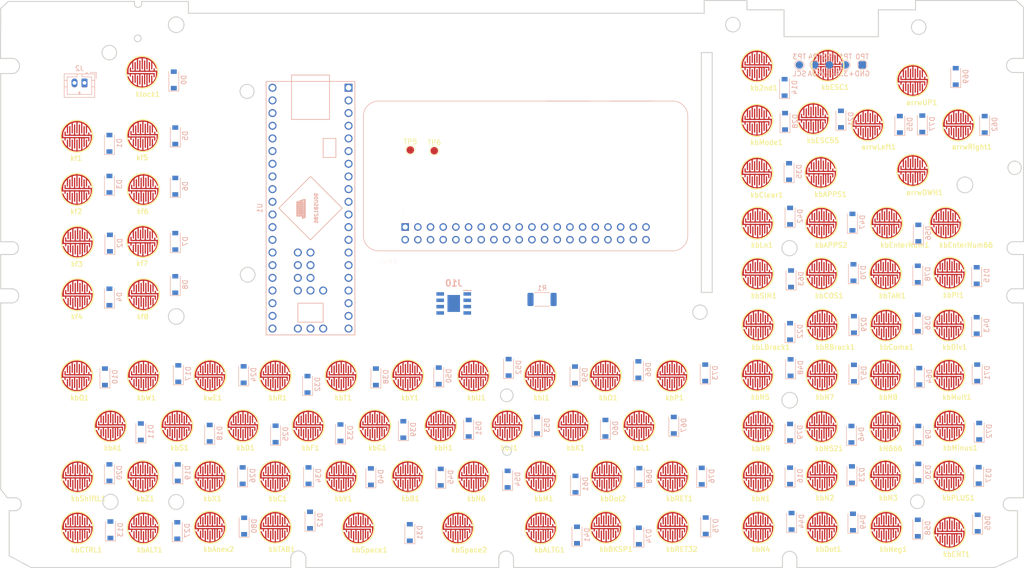
<source format=kicad_pcb>
(kicad_pcb (version 20210228) (generator pcbnew)
  (layers (0 "F.Cu" signal) (31 "B.Cu" signal) (34 "B.Paste" user) (35 "F.Paste" user) (36 "B.SilkS" user "B.Silkscreen") (37 "F.SilkS" user "F.Silkscreen") (38 "B.Mask" user) (39 "F.Mask" user) (44 "Edge.Cuts" user))
  (net 0 "")
  (net 1 "col9")
  (net 2 "col6")
  (net 3 "col7")
  (net 4 "col8")
  (net 5 "col0")
  (net 6 "col2")
  (net 7 "col4")
  (net 8 "col5")
  (net 9 "col3")
  (net 10 "col1")
  (net 15 "+5")
  (net 17 "GND")
  (net 18 "SDA")
  (net 19 "SCL")
  (net 53 "+3.3")
  (net 63 "Net-(D0-Pad2)")
  (net 67 "Net-(D2-Pad2)")
  (net 68 "Net-(D3-Pad2)")
  (net 69 "Net-(D4-Pad2)")
  (net 70 "Net-(D5-Pad2)")
  (net 71 "Net-(D6-Pad2)")
  (net 72 "Net-(D7-Pad2)")
  (net 74 "Net-(D8-Pad2)")
  (net 75 "Net-(D9-Pad2)")
  (net 79 "Net-(D10-Pad2)")
  (net 80 "Net-(D11-Pad2)")
  (net 81 "Net-(D12-Pad2)")
  (net 82 "Net-(D13-Pad2)")
  (net 87 "row0")
  (net 88 "row1")
  (net 89 "row2")
  (net 90 "row3")
  (net 95 "row4")
  (net 96 "row5")
  (net 97 "row6")
  (net 98 "row7")
  (net 103 "Net-(D1-Pad2)")
  (net 104 "row8")
  (net 105 "row9")
  (net 106 "Net-(D14-Pad2)")
  (net 107 "Net-(D15-Pad2)")
  (net 108 "Net-(D16-Pad2)")
  (net 109 "Net-(D17-Pad2)")
  (net 110 "Net-(D18-Pad2)")
  (net 111 "Net-(D19-Pad2)")
  (net 112 "Net-(D20-Pad2)")
  (net 113 "Net-(D21-Pad2)")
  (net 114 "Net-(D22-Pad2)")
  (net 115 "Net-(D23-Pad2)")
  (net 116 "Net-(D24-Pad2)")
  (net 117 "Net-(D25-Pad2)")
  (net 118 "Net-(D26-Pad2)")
  (net 119 "Net-(D27-Pad2)")
  (net 120 "Net-(D28-Pad2)")
  (net 121 "Net-(D29-Pad2)")
  (net 122 "Net-(D30-Pad2)")
  (net 123 "Net-(D31-Pad2)")
  (net 124 "Net-(D32-Pad2)")
  (net 125 "Net-(D33-Pad2)")
  (net 126 "Net-(D34-Pad2)")
  (net 127 "Net-(D35-Pad2)")
  (net 128 "Net-(D36-Pad2)")
  (net 129 "Net-(D37-Pad2)")
  (net 130 "Net-(D38-Pad2)")
  (net 131 "Net-(D39-Pad2)")
  (net 132 "Net-(D40-Pad2)")
  (net 133 "Net-(D41-Pad2)")
  (net 134 "Net-(D42-Pad2)")
  (net 135 "Net-(D43-Pad2)")
  (net 136 "Net-(D44-Pad2)")
  (net 137 "Net-(D45-Pad2)")
  (net 138 "Net-(D46-Pad2)")
  (net 139 "Net-(D47-Pad2)")
  (net 140 "Net-(D48-Pad2)")
  (net 141 "Net-(D49-Pad2)")
  (net 142 "Net-(D50-Pad2)")
  (net 143 "Net-(D51-Pad2)")
  (net 144 "Net-(D52-Pad2)")
  (net 145 "Net-(D53-Pad2)")
  (net 146 "Net-(D54-Pad2)")
  (net 147 "Net-(D55-Pad2)")
  (net 148 "Net-(D56-Pad2)")
  (net 149 "Net-(D57-Pad2)")
  (net 150 "Net-(D58-Pad2)")
  (net 151 "Net-(D59-Pad2)")
  (net 152 "Net-(D60-Pad2)")
  (net 153 "Net-(D61-Pad2)")
  (net 154 "Net-(D62-Pad2)")
  (net 155 "Net-(D63-Pad2)")
  (net 156 "Net-(D64-Pad2)")
  (net 157 "Net-(D65-Pad2)")
  (net 158 "Net-(D66-Pad2)")
  (net 159 "Net-(D67-Pad2)")
  (net 160 "Net-(D68-Pad2)")
  (net 161 "Net-(D69-Pad2)")
  (net 162 "Net-(D70-Pad2)")
  (net 163 "Net-(D71-Pad2)")
  (net 164 "Net-(D72-Pad2)")
  (net 165 "Net-(D73-Pad2)")
  (net 166 "Net-(D74-Pad2)")
  (net 167 "Net-(D75-Pad2)")
  (net 168 "Net-(D76-Pad2)")
  (net 169 "Net-(D77-Pad2)")
  (net 170 "Net-(D78-Pad2)")
  (net 171 "Net-(D79-Pad2)")
  (net 172 "Net-(D80-Pad2)")
  (net 177 "Net-(J1-Pad1)")
  (net 178 "Net-(J10-Pad2)")
  (net 179 "Net-(J10-Pad5)")
  (footprint "18650:Kbpad" (layer "F.Cu") (at 204.343 100.457)
    (fp_text reference "kbLBrack1")
    (fp_text value "(" hide)
  )
  (footprint "18650:Kbpad" (layer "F.Cu") (at 204.089 59.436)
    (fp_text reference "kbMode1")
    (fp_text value "Mode" hide)
  )
  (footprint "18650:Kbpad" (layer "F.Cu") (at 217.043 80.01)
    (fp_text reference "kbAPPS2")
    (fp_text value "Apps" hide)
  )
  (footprint "18650:Kbpad" (layer "F.Cu") (at 67.818 110.617)
    (fp_text reference "kbQ1")
    (fp_text value "Q" hide)
  )
  (footprint "18650:Kbpad" (layer "F.Cu") (at 217.17 110.49)
    (fp_text reference "kbN7")
    (fp_text value "8" hide)
  )
  (footprint "18650:Kbpad" (layer "F.Cu") (at 81.153 141.097)
    (fp_text reference "kbALT1")
    (fp_text value "Alt" hide)
  )
  (footprint "18650:Kbpad" (layer "F.Cu") (at 74.549 120.65)
    (fp_text reference "kbA1")
    (fp_text value "A" hide)
  )
  (footprint "18650:Kbpad" (layer "F.Cu") (at 167.259 120.65)
    (fp_text reference "kbK1")
    (fp_text value "K" hide)
  )
  (footprint "18650:Kbpad" (layer "F.Cu") (at 120.777 130.81)
    (fp_text reference "kbV1")
    (fp_text value "V" hide)
  )
  (footprint "18650:Kbpad" (layer "F.Cu") (at 217.17 140.97)
    (fp_text reference "kbDot1")
    (fp_text value "." hide)
  )
  (footprint "18650:Kbpad" (layer "F.Cu") (at 114.173 120.65)
    (fp_text reference "kbF1")
    (fp_text value "F" hide)
  )
  (footprint "18650:Kbpad" (layer "F.Cu") (at 81.026 62.484)
    (fp_text reference "kf5")
    (fp_text value "F5" hide)
  )
  (footprint "18650:Kbpad" (layer "F.Cu") (at 204.216 80.01)
    (fp_text reference "kbLn1")
    (fp_text value "LN" hide)
  )
  (footprint "18650:Kbpad" (layer "F.Cu") (at 229.87 90.17)
    (fp_text reference "kbTAN1")
    (fp_text value "Tan" hide)
  )
  (footprint "18650:Kbpad" (layer "F.Cu") (at 230.124 80.01)
    (fp_text reference "kbEnterNum1")
    (fp_text value "EnterN" hide)
  )
  (footprint "18650:Kbpad" (layer "F.Cu") (at 160.782 141.097)
    (fp_text reference "kbALTG1")
    (fp_text value "AltG" hide)
  )
  (footprint "18650:Kbpad" (layer "F.Cu") (at 180.467 120.65)
    (fp_text reference "kbL1")
    (fp_text value "L" hide)
  )
  (footprint "18650:Kbpad" (layer "F.Cu") (at 173.99 130.81)
    (fp_text reference "kbDot2")
    (fp_text value "Tet" hide)
  )
  (footprint "18650:Kbpad" (layer "F.Cu") (at 87.884 120.65)
    (fp_text reference "kbS1")
    (fp_text value "S" hide)
  )
  (footprint "18650:Kbpad" (layer "F.Cu") (at 134.112 110.617)
    (fp_text reference "kbY1")
    (fp_text value "Y" hide)
  )
  (footprint "18650:Kbpad" (layer "F.Cu") (at 81.153 94.361)
    (fp_text reference "kf8")
    (fp_text value "F8" hide)
  )
  (footprint "18650:Kbpad" (layer "F.Cu") (at 217.17 130.683)
    (fp_text reference "kbN2")
    (fp_text value "2" hide)
  )
  (footprint "18650:Kbpad" (layer "F.Cu") (at 187.071 110.617)
    (fp_text reference "kbP1")
    (fp_text value "P" hide)
  )
  (footprint "TestPoint:TestPoint_Pad_D1.5mm" (layer "F.Cu") (at 134.8 65.448)
    (fp_text reference "TP5")
    (fp_text value "+5v")
  )
  (footprint "18650:Kbpad" (layer "F.Cu") (at 67.945 83.82)
    (fp_text reference "kf3")
    (fp_text value "F3" hide)
  )
  (footprint "18650:Kbpad" (layer "F.Cu") (at 204.089 69.977)
    (fp_text reference "kbClear1")
    (fp_text value "Clear" hide)
  )
  (footprint "18650:Kbpad" (layer "F.Cu") (at 154.051 120.65)
    (fp_text reference "kbJ1")
    (fp_text value "J" hide)
  )
  (footprint "18650:Kbpad" (layer "F.Cu") (at 124.206 141.097)
    (fp_text reference "kbSpace1")
    (fp_text value "Space" hide)
  )
  (footprint "18650:Kbpad" (layer "F.Cu") (at 229.87 120.777)
    (fp_text reference "kN666")
    (fp_text value "6" hide)
  )
  (footprint "18650:Kbpad" (layer "F.Cu") (at 67.945 130.81)
    (fp_text reference "kbShiftL1")
    (fp_text value "L-Shift" hide)
  )
  (footprint "18650:Kbpad" (layer "F.Cu") (at 144.145 141.097)
    (fp_text reference "kbSpace2")
    (fp_text value "Space" hide)
  )
  (footprint "18650:Kbpad" (layer "F.Cu") (at 235.331 69.469)
    (fp_text reference "arrwDWN1")
    (fp_text value "ArwDwn" hide)
  )
  (footprint "18650:Kbpad" (layer "F.Cu") (at 242.57 110.49)
    (fp_text reference "kbMult1")
    (fp_text value "*" hide)
  )
  (footprint "TestPoint:TestPoint_Pad_D1.5mm" (layer "F.Cu") (at 139.6 65.6)
    (fp_text reference "TP6")
    (fp_text value "GND")
  )
  (footprint "18650:Kbpad" (layer "F.Cu") (at 80.899 49.784)
    (fp_text reference "klock1")
    (fp_text value "lock" hide)
  )
  (footprint "18650:Kbpad" (layer "F.Cu") (at 120.777 110.617)
    (fp_text reference "kbT1")
    (fp_text value "T" hide)
  )
  (footprint "18650:Kbpad" (layer "F.Cu") (at 229.87 130.683)
    (fp_text reference "kbN3")
    (fp_text value "3" hide)
  )
  (footprint "18650:Kbpad" (layer "F.Cu") (at 160.782 130.81)
    (fp_text reference "kbM1")
    (fp_text value "M" hide)
  )
  (footprint "18650:Kbpad" (layer "F.Cu") (at 229.87 110.49)
    (fp_text reference "kbN8")
    (fp_text value "9" hide)
  )
  (footprint "18650:Kbpad" (layer "F.Cu") (at 67.818 73.279)
    (fp_text reference "kf2")
    (fp_text value "F2" hide)
  )
  (footprint "18650:Kbpad" (layer "F.Cu") (at 204.216 90.17)
    (fp_text reference "kbSIN1")
    (fp_text value "Sin" hide)
  )
  (footprint "18650:Kbpad" (layer "F.Cu") (at 218.313 48.387)
    (fp_text reference "kbESC1")
    (fp_text value "ESC" hide)
  )
  (footprint "18650:Kbpad" (layer "F.Cu") (at 204.089 48.514)
    (fp_text reference "kb2nd1")
    (fp_text value "2ndUP" hide)
  )
  (footprint "18650:Kbpad" (layer "F.Cu") (at 204.216 110.49)
    (fp_text reference "kbN5")
    (fp_text value "7" hide)
  )
  (footprint "18650:Kbpad" (layer "F.Cu") (at 140.716 120.65)
    (fp_text reference "kbH1")
    (fp_text value "H" hide)
  )
  (footprint "18650:Kbpad" (layer "F.Cu") (at 173.736 110.617)
    (fp_text reference "kbO1")
    (fp_text value "O" hide)
  )
  (footprint "18650:Kbpad" (layer "F.Cu") (at 229.997 140.97)
    (fp_text reference "kbNeg1")
    (fp_text value "(-)" hide)
  )
  (footprint "18650:Kbpad" (layer "F.Cu") (at 81.153 73.279)
    (fp_text reference "kf6")
    (fp_text value "F6" hide)
  )
  (footprint "18650:Kbpad" (layer "F.Cu") (at 204.343 120.777)
    (fp_text reference "kbN9")
    (fp_text value "4" hide)
  )
  (footprint "18650:Kbpad" (layer "F.Cu") (at 127.508 120.65)
    (fp_text reference "kbG1")
    (fp_text value "G" hide)
  )
  (footprint "18650:Kbpad" (layer "F.Cu") (at 244.475 60.325)
    (fp_text reference "arrwRight1")
    (fp_text value "ArwRight" hide)
  )
  (footprint "18650:Kbpad" (layer "F.Cu") (at 81.026 83.693)
    (fp_text reference "kf7")
    (fp_text value "F7" hide)
  )
  (footprint "18650:Kbpad" (layer "F.Cu") (at 67.945 141.097)
    (fp_text reference "kbCTRL1")
    (fp_text value "CTRL" hide)
  )
  (footprint "18650:Kbpad" (layer "F.Cu") (at 204.343 130.81)
    (fp_text reference "kbN1")
    (fp_text value "1" hide)
  )
  (footprint "18650:Kbpad" (layer "F.Cu") (at 216.916 69.85)
    (fp_text reference "kbAPPS1")
    (fp_text value "Apps" hide)
  )
  (footprint "18650:Kbpad" (layer "F.Cu") (at 67.945 94.361)
    (fp_text reference "kf4")
    (fp_text value "F4" hide)
  )
  (footprint "18650:Kbpad" (layer "F.Cu") (at 173.863 140.97)
    (fp_text reference "kbBKSP1")
    (fp_text value "BckSp" hide)
  )
  (footprint "18650:Kbpad" (layer "F.Cu") (at 242.697 120.65)
    (fp_text reference "kbMinus1")
    (fp_text value "Minus" hide)
  )
  (footprint "18650:Kbpad" (layer "F.Cu") (at 94.488 130.81)
    (fp_text reference "kbX1")
    (fp_text value "X" hide)
  )
  (footprint "18650:Kbpad" (layer "F.Cu") (at 101.092 120.65)
    (fp_text reference "kbD1")
    (fp_text value "D" hide)
  )
  (footprint "18650:Kbpad" (layer "F.Cu") (at 160.655 110.617)
    (fp_text reference "kbI1")
    (fp_text value "I" hide)
  )
  (footprint "18650:Kbpad" (layer "F.Cu") (at 134.112 130.81)
    (fp_text reference "kbB1")
    (fp_text value "B" hide)
  )
  (footprint "18650:Kbpad" (layer "F.Cu") (at 235.331 51.435)
    (fp_text reference "arrwUP1")
    (fp_text value "ArwUP" hide)
  )
  (footprint "18650:Kbpad" (layer "F.Cu") (at 67.818 62.611)
    (fp_text reference "kf1")
    (fp_text value "F1" hide)
  )
  (footprint "18650:Kbpad" (layer "F.Cu") (at 81.153 110.617)
    (fp_text reference "kbW1")
    (fp_text value "W" hide)
  )
  (footprint "18650:Kbpad" (layer "F.Cu") (at 107.569 140.97)
    (fp_text reference "kbTAB1")
    (fp_text value "TAB" hide)
  )
  (footprint "18650:Kbpad" (layer "F.Cu") (at 226.314 60.325)
    (fp_text reference "arrwLeft1")
    (fp_text value "ArwLeft" hide)
  )
  (footprint "18650:Kbpad" (layer "F.Cu") (at 241.935 80.01)
    (fp_text reference "kbEnterNum66")
    (fp_text value "EnterN" hide)
  )
  (footprint "18650:Kbpad" (layer "F.Cu") (at 242.697 141.986)
    (fp_text reference "kbENT1")
    (fp_text value "ENTER" hide)
  )
  (footprint "18650:Kbpad" (layer "F.Cu") (at 204.343 140.97)
    (fp_text reference "kbN4")
    (fp_text value "0" hide)
  )
  (footprint "18650:Kbpad" (layer "F.Cu") (at 107.569 110.617)
    (fp_text reference "kbR1")
    (fp_text value "R" hide)
  )
  (footprint "18650:Kbpad" (layer "F.Cu") (at 229.997 100.457)
    (fp_text reference "kbComa1")
    (fp_text value "Coma" hide)
  )
  (footprint "18650:Kbpad" (layer "F.Cu") (at 94.488 140.97)
    (fp_text reference "kbAnex2")
    (fp_text value "BTN2" hide)
  )
  (footprint "18650:Kbpad" (layer "F.Cu") (at 215.392 59.055)
    (fp_text reference "kbESC55")
    (fp_text value "ESC" hide)
  )
  (footprint "18650:Kbpad" (layer "F.Cu") (at 217.043 90.17)
    (fp_text reference "kbCOS1")
    (fp_text value "Cos" hide)
  )
  (footprint "18650:Kbpad" (layer "F.Cu") (at 107.569 130.81)
    (fp_text reference "kbC1")
    (fp_text value "C" hide)
  )
  (footprint "18650:Kbpad" (layer "F.Cu") (at 147.32 110.617)
    (fp_text reference "kbU1")
    (fp_text value "U" hide)
  )
  (footprint "18650:Kbpad" (layer "F.Cu") (at 81.026 130.81)
    (fp_text reference "kbZ1")
    (fp_text value "Z" hide)
  )
  (footprint "18650:Kbpad" (layer "F.Cu") (at 187.198 140.97)
    (fp_text reference "kbRET32")
    (fp_text value "Return" hide)
  )
  (footprint "18650:Kbpad" (layer "F.Cu") (at 217.17 100.457)
    (fp_text reference "kbRBrack1")
    (fp_text value ")" hide)
  )
  (footprint "18650:Kbpad" (layer "F.Cu") (at 242.697 90.043)
    (fp_text reference "kbPI1")
    (fp_text value "PI" hide)
  )
  (footprint "18650:Kbpad" (layer "F.Cu") (at 217.043 120.777)
    (fp_text reference "kbN521")
    (fp_text value "5" hide)
  )
  (footprint "18650:Kbpad" (layer "F.Cu") (at 187.198 130.81)
    (fp_text reference "kbRET1")
    (fp_text value "Return" hide)
  )
  (footprint "18650:Kbpad" (layer "F.Cu") (at 94.488 110.617)
    (fp_text reference "kwE1")
    (fp_text value "E" hide)
  )
  (footprint "18650:Kbpad" (layer "F.Cu") (at 242.57 100.457)
    (fp_text reference "kbDiv1")
    (fp_text value "/" hide)
  )
  (footprint "18650:Kbpad" (layer "F.Cu") (at 147.32 130.81)
    (fp_text reference "kbN6")
    (fp_text value "N" hide)
  )
  (footprint "18650:Kbpad" (layer "F.Cu") (at 242.57 130.683)
    (fp_text reference "kbPLUS1")
    (fp_text value "+" hide)
  )
  (footprint "Resistor_SMD:R_2010_5025Metric" (layer "B.Cu") (at 161.2 95.4 180)
    (fp_text reference "R1")
    (fp_text value "1.5k")
  )
  (footprint "Diode_SMD:D_SOD-123" (layer "B.Cu") (at 236.5 100.1 90)
    (fp_text reference "D36")
    (fp_text value "1N4148W")
  )
  (footprint "Diode_SMD:D_SOD-123" (layer "B.Cu") (at 193.9 110.1 90)
    (fp_text reference "D73")
    (fp_text value "1N4148W")
  )
  (footprint "Diode_SMD:D_SOD-123" (layer "B.Cu") (at 211.1 91.25 90)
    (fp_text reference "D63")
    (fp_text value "1N4148W")
  )
  (footprint "Diode_SMD:D_SOD-123" (layer "B.Cu") (at 73.6 110.9 90)
    (fp_text reference "D10")
    (fp_text value "1N4148W")
  )
  (footprint "Diode_SMD:D_SOD-123" (layer "B.Cu") (at 120.8 122.1 90)
    (fp_text reference "D33")
    (fp_text value "1N4148W")
  )
  (footprint "Diode_SMD:D_SOD-123" (layer "B.Cu") (at 133.4 121.45 90)
    (fp_text reference "D39")
    (fp_text value "1N4148W")
  )
  (footprint "Diode_SMD:D_SOD-123" (layer "B.Cu") (at 114.2 112.4 90)
    (fp_text reference "D32")
    (fp_text value "1N4148W")
  )
  (footprint "TestPoint:TestPoint_Pad_D1.5mm" (layer "B.Cu") (at 222 48.4 180)
    (fp_text reference "TP1")
    (fp_text value "+3.3")
  )
  (footprint "lib:ADA3708_RPI-ZERO" (layer "B.Cu") (at 157.9 82.15)
    (fp_text reference "RPI0")
    (fp_text value "ADA3708")
  )
  (footprint "Diode_SMD:D_SOD-123" (layer "B.Cu") (at 223.5 140 90)
    (fp_text reference "D49")
    (fp_text value "1N4148W")
  )
  (footprint "Diode_SMD:D_SOD-123" (layer "B.Cu") (at 223.7 110.15 90)
    (fp_text reference "D57")
    (fp_text value "1N4148W")
  )
  (footprint "Diode_SMD:D_SOD-123" (layer "B.Cu") (at 223.2 122.4 90)
    (fp_text reference "D46")
    (fp_text value "1N4148W")
  )
  (footprint "Diode_SMD:D_SOD-123" (layer "B.Cu") (at 180.5 109.45 90)
    (fp_text reference "D66")
    (fp_text value "1N4148W")
  )
  (footprint "teensy:SOIC127P600X175-9N" (layer "B.Cu") (at 143.5 96.2 180)
    (fp_text reference "J10")
    (fp_text value "TP4056" hide)
  )
  (footprint "Diode_SMD:D_SOD-123" (layer "B.Cu") (at 223.7 100.4 90)
    (fp_text reference "D29")
    (fp_text value "1N4148W")
  )
  (footprint "Diode_SMD:D_SOD-123" (layer "B.Cu") (at 210.9 101.8 90)
    (fp_text reference "D22")
    (fp_text value "1N4148W")
  )
  (footprint "Diode_SMD:D_SOD-123" (layer "B.Cu") (at 232.9 60.3 90)
    (fp_text reference "D55")
    (fp_text value "1N4148W")
  )
  (footprint "Diode_SMD:D_SOD-123" (layer "B.Cu") (at 154.5 109 90)
    (fp_text reference "D52")
    (fp_text value "1N4148W")
  )
  (footprint "Diode_SMD:D_SOD-123" (layer "B.Cu") (at 88.3 110.25 90)
    (fp_text reference "D17")
    (fp_text value "1N4148W")
  )
  (footprint "Diode_SMD:D_SOD-123" (layer "B.Cu") (at 236.6 82.1 90)
    (fp_text reference "D56")
    (fp_text value "1N4148W")
  )
  (footprint "Diode_SMD:D_SOD-123" (layer "B.Cu") (at 101.2 130.7 90)
    (fp_text reference "D26")
    (fp_text value "1N4148W")
  )
  (footprint "Diode_SMD:D_SOD-123" (layer "B.Cu") (at 210.7 69.75 90)
    (fp_text reference "D35")
    (fp_text value "1N4148W")
  )
  (footprint "Diode_SMD:D_SOD-123" (layer "B.Cu") (at 94.6 122.2 90)
    (fp_text reference "D18")
    (fp_text value "1N4148W")
  )
  (footprint "Diode_SMD:D_SOD-123" (layer "B.Cu") (at 209.9 59.7 90)
    (fp_text reference "D28")
    (fp_text value "1N4148W")
  )
  (footprint "teensy:Teensy2.0++" (layer "B.Cu") (at 114.8 77.1 -90)
    (fp_text reference "U1")
    (fp_text value "Teensy++2.0_(Arduino)")
  )
  (footprint "Diode_SMD:D_SOD-123" (layer "B.Cu") (at 74.5 64.1 90)
    (fp_text reference "D1")
    (fp_text value "1N4148W")
  )
  (footprint "Diode_SMD:D_SOD-123" (layer "B.Cu") (at 237.4 60.2 90)
    (fp_text reference "D77")
    (fp_text value "1N4148W")
  )
  (footprint "Diode_SMD:D_SOD-123" (layer "B.Cu") (at 87.7 83.75 90)
    (fp_text reference "D7")
    (fp_text value "1N4148W")
  )
  (footprint "Diode_SMD:D_SOD-123" (layer "B.Cu") (at 211.2 139.85 90)
    (fp_text reference "D44")
    (fp_text value "1N4148W")
  )
  (footprint "Diode_SMD:D_SOD-123" (layer "B.Cu") (at 167.8 110.5 90)
    (fp_text reference "D59")
    (fp_text value "1N4148W")
  )
  (footprint "Diode_SMD:D_SOD-123" (layer "B.Cu") (at 248.7 130.65 90)
    (fp_text reference "D37")
    (fp_text value "1N4148W")
  )
  (footprint "Diode_SMD:D_SOD-123" (layer "B.Cu") (at 74.5 94.9 90)
    (fp_text reference "D4")
    (fp_text value "1N4148W")
  )
  (footprint "Diode_SMD:D_SOD-123" (layer "B.Cu") (at 101.4 110.45 90)
    (fp_text reference "D24")
    (fp_text value "1N4148W")
  )
  (footprint "Diode_SMD:D_SOD-123" (layer "B.Cu") (at 209.8 52.9 90)
    (fp_text reference "D14")
    (fp_text value "1N4148W")
  )
  (footprint "Diode_SMD:D_SOD-123" (layer "B.Cu") (at 180.7 130.85 90)
    (fp_text reference "D68")
    (fp_text value "1N4148W")
  )
  (footprint "Diode_SMD:D_SOD-123" (layer "B.Cu") (at 210.9 78.7 90)
    (fp_text reference "D42")
    (fp_text value "1N4148W")
  )
  (footprint "Diode_SMD:D_SOD-123" (layer "B.Cu") (at 160.2 120.6 90)
    (fp_text reference "D53")
    (fp_text value "1N4148W")
  )
  (footprint "Diode_SMD:D_SOD-123" (layer "B.Cu") (at 87.7 72.7 90)
    (fp_text reference "D6")
    (fp_text value "1N4148W")
  )
  (footprint "TestPoint:TestPoint_Pad_D1.5mm" (layer "B.Cu") (at 212.769048 48.4 180)
    (fp_text reference "TP3")
    (fp_text value "SCL")
  )
  (footprint "Diode_SMD:D_SOD-123" (layer "B.Cu") (at 248.3 90.6 90)
    (fp_text reference "D15")
    (fp_text value "1N4148W")
  )
  (footprint "Diode_SMD:D_SOD-123" (layer "B.Cu") (at 236.5 90.3 90)
    (fp_text reference "D78")
    (fp_text value "1N4148W")
  )
  (footprint "Diode_SMD:D_SOD-123" (layer "B.Cu") (at 180.6 142.8 90)
    (fp_text reference "D74")
    (fp_text value "1N4148W")
  )
  (footprint "Diode_SMD:D_SOD-123" (layer "B.Cu") (at 126.9 130.9 90)
    (fp_text reference "D40")
    (fp_text value "1N4148W")
  )
  (footprint "Diode_SMD:D_SOD-123" (layer "B.Cu") (at 236.5 141.2 90)
    (fp_text reference "D58")
    (fp_text value "1N4148W")
  )
  (footprint "Diode_SMD:D_SOD-123" (layer "B.Cu") (at 114.4 130.7 90)
    (fp_text reference "D34")
    (fp_text value "1N4148W")
  )
  (footprint "Diode_SMD:D_SOD-123" (layer "B.Cu") (at 74.5 72.3 90)
    (fp_text reference "D3")
    (fp_text value "1N4148W")
  )
  (footprint "Diode_SMD:D_SOD-123" (layer "B.Cu") (at 187.6 120.6 90)
    (fp_text reference "D67")
    (fp_text value "1N4148W")
  )
  (footprint "Diode_SMD:D_SOD-123" (layer "B.Cu") (at 101.5 140.8 90)
    (fp_text reference "D80")
    (fp_text value "1N4148W")
  )
  (footprint "Diode_SMD:D_SOD-123" (layer "B.Cu") (at 248.4 110.1 90)
    (fp_text reference "D71")
    (fp_text value "1N4148W")
  )
  (footprint "Diode_SMD:D_SOD-123" (layer "B.Cu") (at 114.7 139.6 90)
    (fp_text reference "D12")
    (fp_text value "1N4148W")
  )
  (footprint "Diode_SMD:D_SOD-123" (layer "B.Cu") (at 193.2 130.8 90)
    (fp_text reference "D76")
    (fp_text value "1N4148W")
  )
  (footprint "Diode_SMD:D_SOD-123" (layer "B.Cu") (at 210.9 130.75 90)
    (fp_text reference "D16")
    (fp_text value "1N4148W")
  )
  (footprint "Diode_SMD:D_SOD-123" (layer "B.Cu") (at 154.3 131.4 90)
    (fp_text reference "D54")
    (fp_text value "1N4148W")
  )
  (footprint "Diode_SMD:D_SOD-123" (layer "B.Cu") (at 236.6 122.4 90)
    (fp_text reference "D9")
    (fp_text value "1N4148W")
  )
  (footprint "Diode_SMD:D_SOD-123" (layer "B.Cu") (at 140.5 110.7 90)
    (fp_text reference "D50")
    (fp_text value "1N4148W")
  )
  (footprint "Diode_SMD:D_SOD-123" (layer "B.Cu") (at 88.2 130.1 90)
    (fp_text reference "D19")
    (fp_text value "1N4148W")
  )
  (footprint "Diode_SMD:D_SOD-123" (layer "B.Cu") (at 87.7 62.6 90)
    (fp_text reference "D5")
    (fp_text value "1N4148W")
  )
  (footprint "TestPoint:TestPoint_Pad_D1.5mm" (layer "B.Cu") (at 218.769048 48.4 180)
    (fp_text reference "TP2")
    (fp_text value "+5v")
  )
  (footprint "Diode_SMD:D_SOD-123" (layer "B.Cu") (at 87.7 92.4 90)
    (fp_text reference "D8")
    (fp_text value "1N4148W")
  )
  (footprint "Diode_SMD:D_SOD-123" (layer "B.Cu") (at 140.9 131 90)
    (fp_text reference "D45")
    (fp_text value "1N4148W")
  )
  (footprint "Diode_SMD:D_SOD-123" (layer "B.Cu") (at 221.1 59.25 90)
    (fp_text reference "D21")
    (fp_text value "1N4148W")
  )
  (footprint "Diode_SMD:D_SOD-123" (layer "B.Cu") (at 74.7 141.55 90)
    (fp_text reference "D13")
    (fp_text value "1N4148W")
  )
  (footprint "Diode_SMD:D_SOD-123" (layer "B.Cu") (at 80.8 121.9 90)
    (fp_text reference "D11")
    (fp_text value "1N4148W")
  )
  (footprint "Diode_SMD:D_SOD-123" (layer "B.Cu") (at 74.6 84.1 90)
    (fp_text reference "D2")
    (fp_text value "1N4148W")
  )
  (footprint "Diode_SMD:D_SOD-123" (layer "B.Cu") (at 194 140.75 90)
    (fp_text reference "D75")
    (fp_text value "1N4148W")
  )
  (footprint "Diode_SMD:D_SOD-123" (layer "B.Cu") (at 87.4 51.4 90)
    (fp_text reference "D0")
    (fp_text value "1N4148W")
  )
  (footprint "Diode_SMD:D_SOD-123" (layer "B.Cu") (at 167.9 132.4 90)
    (fp_text reference "D61")
    (fp_text value "1N4148W")
  )
  (footprint "TestPoint:TestPoint_Pad_D1.5mm" (layer "B.Cu") (at 215.85 48.4 180)
    (fp_text reference "TP4")
    (fp_text value "SDA")
  )
  (footprint "Diode_SMD:D_SOD-123" (layer "B.Cu") (at 173.9 121.2 90)
    (fp_text reference "D60")
    (fp_text value "1N4148W")
  )
  (footprint "Diode_SMD:D_SOD-123" (layer "B.Cu") (at 248.5 140.2 90)
    (fp_text reference "D65")
    (fp_text value "1N4148W")
  )
  (footprint "Diode_SMD:D_SOD-123" (layer "B.Cu") (at 146.5 121.2 90)
    (fp_text reference "D51")
    (fp_text value "1N4148W")
  )
  (footprint "Diode_SMD:D_SOD-123" (layer "B.Cu") (at 223.3 130.5 90)
    (fp_text reference "D23")
    (fp_text value "1N4148W")
  )
  (footprint "Diode_SMD:D_SOD-123" (layer "B.Cu") (at 236.6 130 90)
    (fp_text reference "D30")
    (fp_text value "1N4148W")
  )
  (footprint "Diode_SMD:D_SOD-123" (layer "B.Cu") (at 236.8 110.8 90)
    (fp_text reference "D64")
    (fp_text value "1N4148W")
  )
  (footprint "Diode_SMD:D_SOD-123" (layer "B.Cu") (at 127.9 110.9 90)
    (fp_text reference "D38")
    (fp_text value "1N4148W")
  )
  (footprint "Diode_SMD:D_SOD-123" (layer "B.Cu") (at 134.7 142.1 90)
    (fp_text reference "D31")
    (fp_text value "1N4148W")
  )
  (footprint "Diode_SMD:D_SOD-123" (layer "B.Cu") (at 107.8 122.35 90)
    (fp_text reference "D25")
    (fp_text value "1N4148W")
  )
  (footprint "Diode_SMD:D_SOD-123" (layer "B.Cu") (at 74.5 130.1 90)
    (fp_text reference "D20")
    (fp_text value "1N4148W")
  )
  (footprint "Connector_JST:JST_PH_B2B-PH-K_1x02_P2.00mm_Vertical" (layer "B.Cu") (at 69.5 52 180)
    (fp_text reference "J2")
    (fp_text value "Conn_01x02")
  )
  (footprint "Diode_SMD:D_SOD-123" (layer "B.Cu") (at 223.6 90 90)
    (fp_text reference "D70")
    (fp_text value "1N4148W")
  )
  (footprint "Diode_SMD:D_SOD-123" (layer "B.Cu") (at 248.3 100.6 90)
    (fp_text reference "D43")
    (fp_text value "1N4148W")
  )
  (footprint "Diode_SMD:D_SOD-123" (layer "B.Cu") (at 248.8 121.8 90)
    (fp_text reference "D72")
    (fp_text value "1N4148W")
  )
  (footprint "Diode_SMD:D_SOD-123" (layer "B.Cu") (at 210.9 122 90)
    (fp_text reference "D79")
    (fp_text value "1N4148W")
  )
  (footprint "Diode_SMD:D_SOD-123" (layer "B.Cu") (at 211 109.05 90)
    (fp_text reference "D48")
    (fp_text value "1N4148W")
  )
  (footprint "TestPoint:TestPoint_Pad_D1.5mm" (layer "B.Cu") (at 225.369048 48.4 180)
    (fp_text reference "TP0")
    (fp_text value "GND")
  )
  (footprint "Diode_SMD:D_SOD-123" (layer "B.Cu") (at 244.1 50.7 90)
    (fp_text reference "D69")
    (fp_text value "1N4148W")
  )
  (footprint "Diode_SMD:D_SOD-123" (layer "B.Cu") (at 249.9 60.3 90)
    (fp_text reference "D62")
    (fp_text value "1N4148W")
  )
  (footprint "Diode_SMD:D_SOD-123" (layer "B.Cu") (at 88.1 141.7 90)
    (fp_text reference "D27")
    (fp_text value "1N4148W")
  )
  (footprint "Diode_SMD:D_SOD-123" (layer "B.Cu") (at 223.4 79.9 90)
    (fp_text reference "D47")
    (fp_text value "1N4148W")
  )
  (footprint "Diode_SMD:D_SOD-123" (layer "B.Cu") (at 168.2 142.6 90)
    (fp_text reference "D41")
    (fp_text value "1N4148W")
  )
  (gr_circle (center 87.878047 40.344488) (end 89.444787 40.344488) (layer "Edge.Cuts") (width 0.2) (fill none))
  (gr_line (start 79.511033 36.156607) (end 79.511033 35.679961) (layer "Edge.Cuts") (width 0.2))
  (gr_line (start 255.606555 83.823101) (end 257.689234 83.823101) (layer "Edge.Cuts") (width 0.2))
  (gr_line (start 110.846228 149.119453) (end 110.846228 147.163339) (layer "Edge.Cuts") (width 0.2))
  (gr_circle (center 74.483398 45.931651) (end 75.949141 45.931651) (layer "Edge.Cuts") (width 0.2) (fill none))
  (gr_arc (start 210.82 147.32) (end 212.262719 147.163339) (angle -167.6054087) (layer "Edge.Cuts") (width 0.2))
  (gr_line (start 209.377282 149.119453) (end 209.377282 147.163339) (layer "Edge.Cuts") (width 0.2))
  (gr_line (start 193.118721 45.931651) (end 193.118721 93.981961) (layer "Edge.Cuts") (width 0.2))
  (gr_line (start 54.04491 135.132346) (end 55.745854 135.132346) (layer "Edge.Cuts") (width 0.2))
  (gr_line (start 152.531859 149.119453) (end 152.531859 147.163339) (layer "Edge.Cuts") (width 0.2))
  (gr_circle (center 154.125536 114.61403) (end 155.404122 114.61403) (layer "Edge.Cuts") (width 0.2) (fill none))
  (gr_line (start 255.331018 93.260233) (end 257.689234 93.260233) (layer "Edge.Cuts") (width 0.2))
  (gr_line (start 257.689234 96.090722) (end 255.331018 96.090722) (layer "Edge.Cuts") (width 0.2))
  (gr_line (start 193.118721 93.981961) (end 195.303758 93.981961) (layer "Edge.Cuts") (width 0.2))
  (gr_line (start 52.717112 93.260233) (end 54.959219 93.260233) (layer "Edge.Cuts") (width 0.2))
  (gr_line (start 54.959219 96.090722) (end 52.717112 96.090722) (layer "Edge.Cuts") (width 0.2))
  (gr_line (start 193.694947 38.05739) (end 90.332734 38.05739) (layer "Edge.Cuts") (width 0.2))
  (gr_circle (center 192.840498 97.951596) (end 194.284512 97.951596) (layer "Edge.Cuts") (width 0.2) (fill none))
  (gr_circle (center 199.435898 40.316777) (end 200.901773 40.316777) (layer "Edge.Cuts") (width 0.2) (fill none))
  (gr_line (start 54.421544 137.726318) (end 54.421544 146.763476) (layer "Edge.Cuts") (width 0.2))
  (gr_circle (center 102.206153 90.441791) (end 103.68554 90.441791) (layer "Edge.Cuts") (width 0.2) (fill none))
  (gr_line (start 113.877101 149.119453) (end 152.531859 149.119453) (layer "Edge.Cuts") (width 0.2))
  (gr_line (start 255.606555 47.090876) (end 257.689234 47.090876) (layer "Edge.Cuts") (width 0.2))
  (gr_line (start 195.303758 45.931651) (end 193.118721 45.931651) (layer "Edge.Cuts") (width 0.2))
  (gr_line (start 251.944476 149.119453) (end 256.471212 147.020908) (layer "Edge.Cuts") (width 0.2))
  (gr_circle (center 74.701449 135.95338) (end 76.228335 135.95338) (layer "Edge.Cuts") (width 0.2) (fill none))
  (gr_arc (start 255.79535 94.675477) (end 255.331018 93.260233) (angle -143.6713864) (layer "Edge.Cuts") (width 0.2))
  (gr_line (start 257.689234 83.823101) (end 257.689234 49.923788) (layer "Edge.Cuts") (width 0.2))
  (gr_line (start 54.421544 146.763476) (end 58.807415 149.119453) (layer "Edge.Cuts") (width 0.2))
  (gr_line (start 257.689234 47.090876) (end 257.689234 36.881652) (layer "Edge.Cuts") (width 0.2))
  (gr_line (start 212.262719 149.119453) (end 251.944476 149.119453) (layer "Edge.Cuts") (width 0.2))
  (gr_line (start 254.728595 135.132346) (end 257.689234 135.132346) (layer "Edge.Cuts") (width 0.2))
  (gr_line (start 257.689234 135.132346) (end 257.689234 96.090722) (layer "Edge.Cuts") (width 0.2))
  (gr_line (start 52.717112 86.388986) (end 52.717112 93.260233) (layer "Edge.Cuts") (width 0.2))
  (gr_line (start 52.717112 133.461221) (end 54.04491 135.132346) (layer "Edge.Cuts") (width 0.2))
  (gr_line (start 113.877101 147.163339) (end 113.877101 149.119453) (layer "Edge.Cuts") (width 0.2))
  (gr_circle (center 236.679784 40.819986) (end 238.151394 40.819986) (layer "Edge.Cuts") (width 0.2) (fill none))
  (gr_arc (start 255.690745 48.507332) (end 255.606555 47.090876) (angle -173.1970275) (layer "Edge.Cuts") (width 0.2))
  (gr_line (start 202.267532 37.359827) (end 202.267532 35.489194) (layer "Edge.Cuts") (width 0.2))
  (gr_line (start 54.241741 35.679961) (end 52.717112 37.069415) (layer "Edge.Cuts") (width 0.2))
  (gr_line (start 256.221918 35.489194) (end 236.043554 35.489194) (layer "Edge.Cuts") (width 0.2))
  (gr_arc (start 112.361665 147.31651) (end 113.877101 147.163339) (angle -168.4570531) (layer "Edge.Cuts") (width 0.2))
  (gr_line (start 80.960981 35.679961) (end 80.960981 36.156607) (layer "Edge.Cuts") (width 0.2))
  (gr_line (start 55.171351 86.388986) (end 52.717112 86.388986) (layer "Edge.Cuts") (width 0.2))
  (gr_line (start 257.689234 93.260233) (end 257.689234 86.388986) (layer "Edge.Cuts") (width 0.2))
  (gr_circle (center 245.939281 72.444126) (end 247.524355 72.444126) (layer "Edge.Cuts") (width 0.2) (fill none))
  (gr_line (start 55.745854 137.726318) (end 54.421544 137.726318) (layer "Edge.Cuts") (width 0.2))
  (gr_arc (start 80.236007 36.147063) (end 79.511033 36.156607) (angle -178.4914123) (layer "Edge.Cuts") (width 0.2))
  (gr_circle (center 87.88076 135.979552) (end 89.371628 135.979552) (layer "Edge.Cuts") (width 0.2) (fill none))
  (gr_line (start 212.262719 147.163339) (end 212.262719 149.119453) (layer "Edge.Cuts") (width 0.2))
  (gr_circle (center 80.175766 43.078464) (end 80.864428 43.078464) (layer "Edge.Cuts") (width 0.2) (fill none))
  (gr_line (start 52.717112 50.122276) (end 52.717112 83.823101) (layer "Edge.Cuts") (width 0.2))
  (gr_line (start 193.694947 35.489194) (end 193.694947 38.05739) (layer "Edge.Cuts") (width 0.2))
  (gr_circle (center 87.888351 98.810974) (end 89.458259 98.810974) (layer "Edge.Cuts") (width 0.2) (fill none))
  (gr_line (start 257.689234 49.923788) (end 255.606555 49.923788) (layer "Edge.Cuts") (width 0.2))
  (gr_line (start 90.332734 35.679961) (end 80.960981 35.679961) (layer "Edge.Cuts") (width 0.2))
  (gr_line (start 52.717112 96.090722) (end 52.717112 133.461221) (layer "Edge.Cuts") (width 0.2))
  (gr_line (start 58.807415 149.119453) (end 110.846228 149.119453) (layer "Edge.Cuts") (width 0.2))
  (gr_circle (center 154.180538 125.769149) (end 155.067666 125.769149) (layer "Edge.Cuts") (width 0.2) (fill none))
  (gr_circle (center 210.791464 85.116178) (end 212.317255 85.116178) (layer "Edge.Cuts") (width 0.2) (fill none))
  (gr_line (start 55.171351 50.122276) (end 52.717112 50.122276) (layer "Edge.Cuts") (width 0.2))
  (gr_line (start 236.043554 35.489194) (end 236.043554 37.359827) (layer "Edge.Cuts") (width 0.2))
  (gr_line (start 90.332734 38.05739) (end 90.332734 35.679961) (layer "Edge.Cuts") (width 0.2))
  (gr_circle (center 102.083289 53.701064) (end 103.49673 53.701064) (layer "Edge.Cuts") (width 0.2) (fill none))
  (gr_circle (center 255.903099 69.014106) (end 257.255485 69.014106) (layer "Edge.Cuts") (width 0.2) (fill none))
  (gr_line (start 195.303758 93.981961) (end 195.303758 45.931651) (layer "Edge.Cuts") (width 0.2))
  (gr_circle (center 236.400046 135.930695) (end 237.773608 135.930695) (layer "Edge.Cuts") (width 0.2) (fill none))
  (gr_line (start 209.695877 42.739423) (end 209.695877 37.359827) (layer "Edge.Cuts") (width 0.2))
  (gr_line (start 155.474869 149.119453) (end 209.377282 149.119453) (layer "Edge.Cuts") (width 0.2))
  (gr_line (start 202.267532 35.489194) (end 193.694947 35.489194) (layer "Edge.Cuts") (width 0.2))
  (gr_line (start 228.60273 37.359827) (end 228.60273 42.739423) (layer "Edge.Cuts") (width 0.2))
  (gr_arc (start 255.659573 85.106043) (end 255.606555 83.823101) (angle -175.2671709) (layer "Edge.Cuts") (width 0.2))
  (gr_line (start 236.043554 37.359827) (end 228.60273 37.359827) (layer "Edge.Cuts") (width 0.2))
  (gr_line (start 155.474869 147.163339) (end 155.474869 149.119453) (layer "Edge.Cuts") (width 0.2))
  (gr_line (start 209.695877 37.359827) (end 202.267532 37.359827) (layer "Edge.Cuts") (width 0.2))
  (gr_line (start 256.471212 147.020908) (end 256.471212 137.726318) (layer "Edge.Cuts") (width 0.2))
  (gr_arc (start 154.003364 147.277263) (end 155.474869 147.163339) (angle -171.1460056) (layer "Edge.Cuts") (width 0.2))
  (gr_line (start 228.60273 42.739423) (end 209.695877 42.739423) (layer "Edge.Cuts") (width 0.2))
  (gr_arc (start 54.913918 94.675477) (end 54.959219 96.090722) (angle -176.3331845) (layer "Edge.Cuts") (width 0.2))
  (gr_arc (start 54.959219 48.606576) (end 55.171351 50.122276) (angle -164.0656825) (layer "Edge.Cuts") (width 0.2))
  (gr_arc (start 54.973749 85.106043) (end 55.171351 86.388986) (angle -162.4879429) (layer "Edge.Cuts") (width 0.2))
  (gr_line (start 79.511033 35.679961) (end 54.241741 35.679961) (layer "Edge.Cuts") (width 0.2))
  (gr_line (start 257.689234 86.388986) (end 255.606555 86.388986) (layer "Edge.Cuts") (width 0.2))
  (gr_circle (center 210.828905 115.588816) (end 212.395558 115.588816) (layer "Edge.Cuts") (width 0.2) (fill none))
  (gr_line (start 256.471212 137.726318) (end 254.728595 137.726318) (layer "Edge.Cuts") (width 0.2))
  (gr_arc (start 55.534702 136.429332) (end 55.745854 137.726318) (angle -161.5064934) (layer "Edge.Cuts") (width 0.2))
  (gr_line (start 52.717112 83.823101) (end 55.171351 83.823101) (layer "Edge.Cuts") (width 0.2))
  (gr_line (start 257.689234 36.881652) (end 256.221918 35.489194) (layer "Edge.Cuts") (width 0.2))
  (gr_line (start 52.673491 47.090876) (end 55.171351 47.090876) (layer "Edge.Cuts") (width 0.2))
  (gr_arc (start 254.921535 136.429332) (end 254.728595 135.132346) (angle -163.0774196) (layer "Edge.Cuts") (width 0.2))
  (gr_line (start 52.717112 37.069415) (end 52.673491 47.090876) (layer "Edge.Cuts") (width 0.2))
)
</source>
